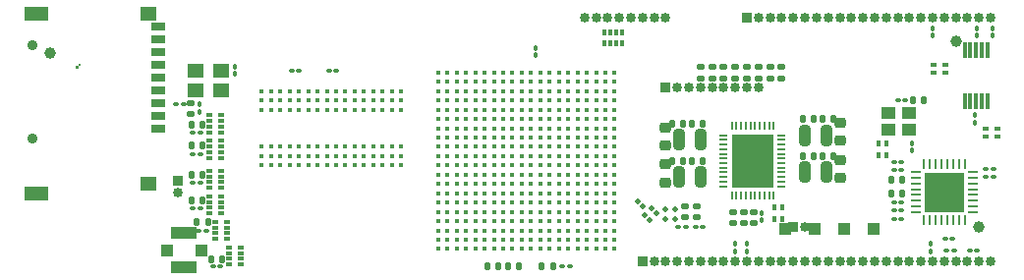
<source format=gbr>
%TF.GenerationSoftware,KiCad,Pcbnew,(6.0.2)*%
%TF.CreationDate,2022-03-22T23:14:37+08:00*%
%TF.ProjectId,som,736f6d2e-6b69-4636-9164-5f7063625858,V0R1*%
%TF.SameCoordinates,Original*%
%TF.FileFunction,Soldermask,Top*%
%TF.FilePolarity,Negative*%
%FSLAX46Y46*%
G04 Gerber Fmt 4.6, Leading zero omitted, Abs format (unit mm)*
G04 Created by KiCad (PCBNEW (6.0.2)) date 2022-03-22 23:14:37*
%MOMM*%
%LPD*%
G01*
G04 APERTURE LIST*
G04 Aperture macros list*
%AMRoundRect*
0 Rectangle with rounded corners*
0 $1 Rounding radius*
0 $2 $3 $4 $5 $6 $7 $8 $9 X,Y pos of 4 corners*
0 Add a 4 corners polygon primitive as box body*
4,1,4,$2,$3,$4,$5,$6,$7,$8,$9,$2,$3,0*
0 Add four circle primitives for the rounded corners*
1,1,$1+$1,$2,$3*
1,1,$1+$1,$4,$5*
1,1,$1+$1,$6,$7*
1,1,$1+$1,$8,$9*
0 Add four rect primitives between the rounded corners*
20,1,$1+$1,$2,$3,$4,$5,0*
20,1,$1+$1,$4,$5,$6,$7,0*
20,1,$1+$1,$6,$7,$8,$9,0*
20,1,$1+$1,$8,$9,$2,$3,0*%
G04 Aperture macros list end*
%ADD10C,0.000000*%
%ADD11RoundRect,0.147500X-0.147500X-0.172500X0.147500X-0.172500X0.147500X0.172500X-0.147500X0.172500X0*%
%ADD12R,1.400000X1.200000*%
%ADD13RoundRect,0.140000X0.170000X-0.140000X0.170000X0.140000X-0.170000X0.140000X-0.170000X-0.140000X0*%
%ADD14RoundRect,0.225000X-0.250000X0.225000X-0.250000X-0.225000X0.250000X-0.225000X0.250000X0.225000X0*%
%ADD15RoundRect,0.100000X-0.100000X0.130000X-0.100000X-0.130000X0.100000X-0.130000X0.100000X0.130000X0*%
%ADD16RoundRect,0.243750X-0.243750X-0.656250X0.243750X-0.656250X0.243750X0.656250X-0.243750X0.656250X0*%
%ADD17RoundRect,0.140000X0.140000X0.170000X-0.140000X0.170000X-0.140000X-0.170000X0.140000X-0.170000X0*%
%ADD18RoundRect,0.140000X-0.140000X-0.170000X0.140000X-0.170000X0.140000X0.170000X-0.140000X0.170000X0*%
%ADD19RoundRect,0.243750X0.243750X0.656250X-0.243750X0.656250X-0.243750X-0.656250X0.243750X-0.656250X0*%
%ADD20RoundRect,0.140000X-0.170000X0.140000X-0.170000X-0.140000X0.170000X-0.140000X0.170000X0.140000X0*%
%ADD21RoundRect,0.100000X0.130000X0.100000X-0.130000X0.100000X-0.130000X-0.100000X0.130000X-0.100000X0*%
%ADD22C,0.400000*%
%ADD23RoundRect,0.100000X-0.130000X-0.100000X0.130000X-0.100000X0.130000X0.100000X-0.130000X0.100000X0*%
%ADD24R,0.800000X0.220000*%
%ADD25R,0.220000X0.800000*%
%ADD26C,0.500000*%
%ADD27R,3.600000X4.600000*%
%ADD28RoundRect,0.147500X0.147500X0.172500X-0.147500X0.172500X-0.147500X-0.172500X0.147500X-0.172500X0*%
%ADD29RoundRect,0.100000X0.100000X-0.130000X0.100000X0.130000X-0.100000X0.130000X-0.100000X-0.130000X0*%
%ADD30RoundRect,0.062500X0.062500X-0.375000X0.062500X0.375000X-0.062500X0.375000X-0.062500X-0.375000X0*%
%ADD31RoundRect,0.062500X0.375000X-0.062500X0.375000X0.062500X-0.375000X0.062500X-0.375000X-0.062500X0*%
%ADD32R,3.450000X3.450000*%
%ADD33R,0.400000X0.500000*%
%ADD34RoundRect,0.100000X-0.162635X0.021213X0.021213X-0.162635X0.162635X-0.021213X-0.021213X0.162635X0*%
%ADD35R,0.500000X0.400000*%
%ADD36R,0.500000X0.300000*%
%ADD37RoundRect,0.147500X0.172500X-0.147500X0.172500X0.147500X-0.172500X0.147500X-0.172500X-0.147500X0*%
%ADD38RoundRect,0.112500X-0.112500X-0.112500X0.112500X-0.112500X0.112500X0.112500X-0.112500X0.112500X0*%
%ADD39R,1.000000X1.000000*%
%ADD40R,2.200000X1.050000*%
%ADD41R,0.300000X1.400000*%
%ADD42R,1.150000X1.000000*%
%ADD43C,0.900000*%
%ADD44R,1.300000X0.700000*%
%ADD45R,2.000000X1.200000*%
%ADD46R,0.300000X0.500000*%
%ADD47C,1.000000*%
%ADD48R,0.850000X0.850000*%
%ADD49O,0.850000X0.850000*%
%ADD50C,0.850000*%
G04 APERTURE END LIST*
D10*
G36*
X8400000Y-5350000D02*
G01*
X8200000Y-5350000D01*
X8200000Y-5150000D01*
X8400000Y-5150000D01*
X8400000Y-5350000D01*
G37*
G36*
X8600000Y-5150000D02*
G01*
X8400000Y-5150000D01*
X8400000Y-4950000D01*
X8600000Y-4950000D01*
X8600000Y-5150000D01*
G37*
D11*
%TO.C,D2*%
X45415000Y-22350000D03*
X46385000Y-22350000D03*
%TD*%
D12*
%TO.C,X4*%
X18500000Y-7250000D03*
X20700000Y-7250000D03*
X20700000Y-5550000D03*
X18500000Y-5550000D03*
%TD*%
D13*
%TO.C,C115*%
X69000000Y-6180000D03*
X69000000Y-5220000D03*
%TD*%
D14*
%TO.C,C100*%
X74000000Y-10025000D03*
X74000000Y-11575000D03*
%TD*%
D15*
%TO.C,C118*%
X67300000Y-17805000D03*
X67300000Y-18445000D03*
%TD*%
D16*
%TO.C,L3*%
X70962500Y-11100000D03*
X72837500Y-11100000D03*
%TD*%
D17*
%TO.C,C101*%
X73480000Y-9700000D03*
X72520000Y-9700000D03*
%TD*%
D18*
%TO.C,C106*%
X59520000Y-13300000D03*
X60480000Y-13300000D03*
%TD*%
D19*
%TO.C,L5*%
X62037500Y-11500000D03*
X60162500Y-11500000D03*
%TD*%
D16*
%TO.C,L2*%
X70962500Y-14300000D03*
X72837500Y-14300000D03*
%TD*%
D20*
%TO.C,C119*%
X64800000Y-17720000D03*
X64800000Y-18680000D03*
%TD*%
D13*
%TO.C,C109*%
X63000000Y-6180000D03*
X63000000Y-5220000D03*
%TD*%
D20*
%TO.C,C116*%
X65700000Y-17720000D03*
X65700000Y-18680000D03*
%TD*%
D14*
%TO.C,C105*%
X59000000Y-13625000D03*
X59000000Y-15175000D03*
%TD*%
%TO.C,C107*%
X59000000Y-10425000D03*
X59000000Y-11975000D03*
%TD*%
D20*
%TO.C,C117*%
X66600000Y-17720000D03*
X66600000Y-18680000D03*
%TD*%
D17*
%TO.C,C98*%
X73480000Y-12900000D03*
X72520000Y-12900000D03*
%TD*%
D13*
%TO.C,C103*%
X68000000Y-6180000D03*
X68000000Y-5220000D03*
%TD*%
D14*
%TO.C,C97*%
X74000000Y-13225000D03*
X74000000Y-14775000D03*
%TD*%
D19*
%TO.C,L4*%
X62037500Y-14700000D03*
X60162500Y-14700000D03*
%TD*%
D18*
%TO.C,C108*%
X59520000Y-10100000D03*
X60480000Y-10100000D03*
%TD*%
D13*
%TO.C,C110*%
X62000000Y-6180000D03*
X62000000Y-5220000D03*
%TD*%
D21*
%TO.C,C36*%
X18920000Y-17400000D03*
X18280000Y-17400000D03*
%TD*%
D13*
%TO.C,C113*%
X67000000Y-6180000D03*
X67000000Y-5220000D03*
%TD*%
D17*
%TO.C,C102*%
X62180000Y-10100000D03*
X61220000Y-10100000D03*
%TD*%
D13*
%TO.C,C114*%
X65000000Y-6180000D03*
X65000000Y-5220000D03*
%TD*%
D21*
%TO.C,C34*%
X18920000Y-15200000D03*
X18280000Y-15200000D03*
%TD*%
D13*
%TO.C,C111*%
X64000000Y-6180000D03*
X64000000Y-5220000D03*
%TD*%
D21*
%TO.C,C30*%
X18920000Y-10900000D03*
X18280000Y-10900000D03*
%TD*%
D18*
%TO.C,C99*%
X70820000Y-12900000D03*
X71780000Y-12900000D03*
%TD*%
%TO.C,C96*%
X70820000Y-9700000D03*
X71780000Y-9700000D03*
%TD*%
D21*
%TO.C,C32*%
X18920000Y-12700000D03*
X18280000Y-12700000D03*
%TD*%
D17*
%TO.C,C104*%
X62180000Y-13300000D03*
X61220000Y-13300000D03*
%TD*%
D13*
%TO.C,C112*%
X66000000Y-6180000D03*
X66000000Y-5220000D03*
%TD*%
D21*
%TO.C,C17*%
X30620000Y-5500000D03*
X29980000Y-5500000D03*
%TD*%
D22*
%TO.C,U6*%
X36200000Y-7300000D03*
X36200000Y-8100000D03*
X36200000Y-8900000D03*
X36200000Y-12100000D03*
X36200000Y-12900000D03*
X36200000Y-13700000D03*
X35400000Y-7300000D03*
X35400000Y-8100000D03*
X35400000Y-8900000D03*
X35400000Y-12100000D03*
X35400000Y-12900000D03*
X35400000Y-13700000D03*
X34600000Y-7300000D03*
X34600000Y-8100000D03*
X34600000Y-8900000D03*
X34600000Y-12100000D03*
X34600000Y-12900000D03*
X34600000Y-13700000D03*
X33800000Y-7300000D03*
X33800000Y-8100000D03*
X33800000Y-8900000D03*
X33800000Y-12100000D03*
X33800000Y-12900000D03*
X33800000Y-13700000D03*
X33000000Y-7300000D03*
X33000000Y-8100000D03*
X33000000Y-8900000D03*
X33000000Y-12100000D03*
X33000000Y-12900000D03*
X33000000Y-13700000D03*
X32200000Y-7300000D03*
X32200000Y-8100000D03*
X32200000Y-8900000D03*
X32200000Y-12100000D03*
X32200000Y-12900000D03*
X32200000Y-13700000D03*
X31400000Y-7300000D03*
X31400000Y-8100000D03*
X31400000Y-8900000D03*
X31400000Y-12100000D03*
X31400000Y-12900000D03*
X31400000Y-13700000D03*
X30600000Y-7300000D03*
X30600000Y-8100000D03*
X30600000Y-8900000D03*
X30600000Y-12100000D03*
X30600000Y-12900000D03*
X30600000Y-13700000D03*
X29800000Y-7300000D03*
X29800000Y-8100000D03*
X29800000Y-8900000D03*
X29800000Y-12100000D03*
X29800000Y-12900000D03*
X29800000Y-13700000D03*
X29000000Y-7300000D03*
X29000000Y-8100000D03*
X29000000Y-8900000D03*
X29000000Y-12100000D03*
X29000000Y-12900000D03*
X29000000Y-13700000D03*
X28200000Y-7300000D03*
X28200000Y-8100000D03*
X28200000Y-8900000D03*
X28200000Y-12100000D03*
X28200000Y-12900000D03*
X28200000Y-13700000D03*
X27400000Y-7300000D03*
X27400000Y-8100000D03*
X27400000Y-8900000D03*
X27400000Y-12100000D03*
X27400000Y-12900000D03*
X27400000Y-13700000D03*
X26600000Y-7300000D03*
X26600000Y-8100000D03*
X26600000Y-8900000D03*
X26600000Y-12100000D03*
X26600000Y-12900000D03*
X26600000Y-13700000D03*
X25800000Y-7300000D03*
X25800000Y-8100000D03*
X25800000Y-8900000D03*
X25800000Y-12100000D03*
X25800000Y-12900000D03*
X25800000Y-13700000D03*
X25000000Y-7300000D03*
X25000000Y-8100000D03*
X25000000Y-8900000D03*
X25000000Y-12100000D03*
X25000000Y-12900000D03*
X25000000Y-13700000D03*
X24200000Y-7300000D03*
X24200000Y-8100000D03*
X24200000Y-8900000D03*
X24200000Y-12100000D03*
X24200000Y-12900000D03*
X24200000Y-13700000D03*
%TD*%
D23*
%TO.C,R2*%
X26780000Y-5500000D03*
X27420000Y-5500000D03*
%TD*%
D17*
%TO.C,C41*%
X20780000Y-21800000D03*
X19820000Y-21800000D03*
%TD*%
D24*
%TO.C,U7*%
X69000000Y-15500000D03*
X69000000Y-15100000D03*
X69000000Y-14700000D03*
X69000000Y-14300000D03*
X69000000Y-13900000D03*
X69000000Y-13500000D03*
X69000000Y-13100000D03*
X69000000Y-12700000D03*
X69000000Y-12300000D03*
X69000000Y-11900000D03*
X69000000Y-11500000D03*
X69000000Y-11100000D03*
D25*
X68300000Y-10300000D03*
X67900000Y-10300000D03*
X67500000Y-10300000D03*
X67100000Y-10300000D03*
X66700000Y-10300000D03*
X66300000Y-10300000D03*
X65900000Y-10300000D03*
X65500000Y-10300000D03*
X65100000Y-10300000D03*
X64700000Y-10300000D03*
D24*
X64000000Y-11100000D03*
X64000000Y-11500000D03*
X64000000Y-11900000D03*
X64000000Y-12300000D03*
X64000000Y-12700000D03*
X64000000Y-13100000D03*
X64000000Y-13500000D03*
X64000000Y-13900000D03*
X64000000Y-14300000D03*
X64000000Y-14700000D03*
X64000000Y-15100000D03*
X64000000Y-15500000D03*
D25*
X64700000Y-16300000D03*
X65100000Y-16300000D03*
X65500000Y-16300000D03*
X65900000Y-16300000D03*
X66300000Y-16300000D03*
X66700000Y-16300000D03*
X67100000Y-16300000D03*
X67500000Y-16300000D03*
X67900000Y-16300000D03*
X68300000Y-16300000D03*
D26*
X66500000Y-13700000D03*
X67250000Y-14500000D03*
X65000000Y-13700000D03*
X68000000Y-13700000D03*
X68000000Y-11300000D03*
X66500000Y-12900000D03*
X67250000Y-12100000D03*
X68000000Y-14500000D03*
X68000000Y-12100000D03*
X65000000Y-12100000D03*
X65000000Y-14500000D03*
X65750000Y-13700000D03*
X65750000Y-12100000D03*
X65000000Y-15300000D03*
X65750000Y-15300000D03*
X67250000Y-15300000D03*
X66500000Y-12100000D03*
X65750000Y-11300000D03*
D27*
X66500000Y-13300000D03*
D26*
X65750000Y-12900000D03*
X66500000Y-11300000D03*
X68000000Y-15300000D03*
X67250000Y-12900000D03*
X67250000Y-11300000D03*
X67250000Y-13700000D03*
X66500000Y-15300000D03*
X68000000Y-12900000D03*
X65750000Y-14500000D03*
X65000000Y-12900000D03*
X65000000Y-11300000D03*
X66500000Y-14500000D03*
%TD*%
D17*
%TO.C,C37*%
X19080000Y-16700000D03*
X18120000Y-16700000D03*
%TD*%
%TO.C,C35*%
X19080000Y-14500000D03*
X18120000Y-14500000D03*
%TD*%
%TO.C,C33*%
X19080000Y-12000000D03*
X18120000Y-12000000D03*
%TD*%
%TO.C,C39*%
X19580000Y-18600000D03*
X18620000Y-18600000D03*
%TD*%
%TO.C,C31*%
X19080000Y-10200000D03*
X18120000Y-10200000D03*
%TD*%
D28*
%TO.C,D3*%
X44585000Y-22350000D03*
X43615000Y-22350000D03*
%TD*%
D22*
%TO.C,U1*%
X39400000Y-5700000D03*
X40200000Y-5700000D03*
X41000000Y-5700000D03*
X41800000Y-5700000D03*
X42600000Y-5700000D03*
X43400000Y-5700000D03*
X44200000Y-5700000D03*
X45000000Y-5700000D03*
X45800000Y-5700000D03*
X46600000Y-5700000D03*
X47400000Y-5700000D03*
X48200000Y-5700000D03*
X49000000Y-5700000D03*
X49800000Y-5700000D03*
X50600000Y-5700000D03*
X51400000Y-5700000D03*
X52200000Y-5700000D03*
X53000000Y-5700000D03*
X53800000Y-5700000D03*
X54600000Y-5700000D03*
X39400000Y-6500000D03*
X40200000Y-6500000D03*
X41000000Y-6500000D03*
X41800000Y-6500000D03*
X42600000Y-6500000D03*
X43400000Y-6500000D03*
X44200000Y-6500000D03*
X45000000Y-6500000D03*
X45800000Y-6500000D03*
X46600000Y-6500000D03*
X47400000Y-6500000D03*
X48200000Y-6500000D03*
X49000000Y-6500000D03*
X49800000Y-6500000D03*
X50600000Y-6500000D03*
X51400000Y-6500000D03*
X52200000Y-6500000D03*
X53000000Y-6500000D03*
X53800000Y-6500000D03*
X54600000Y-6500000D03*
X39400000Y-7300000D03*
X40200000Y-7300000D03*
X41000000Y-7300000D03*
X41800000Y-7300000D03*
X42600000Y-7300000D03*
X43400000Y-7300000D03*
X44200000Y-7300000D03*
X45000000Y-7300000D03*
X45800000Y-7300000D03*
X46600000Y-7300000D03*
X47400000Y-7300000D03*
X48200000Y-7300000D03*
X49000000Y-7300000D03*
X49800000Y-7300000D03*
X50600000Y-7300000D03*
X51400000Y-7300000D03*
X52200000Y-7300000D03*
X53000000Y-7300000D03*
X53800000Y-7300000D03*
X54600000Y-7300000D03*
X39400000Y-8100000D03*
X40200000Y-8100000D03*
X41000000Y-8100000D03*
X41800000Y-8100000D03*
X42600000Y-8100000D03*
X43400000Y-8100000D03*
X44200000Y-8100000D03*
X45000000Y-8100000D03*
X45800000Y-8100000D03*
X46600000Y-8100000D03*
X47400000Y-8100000D03*
X48200000Y-8100000D03*
X49000000Y-8100000D03*
X49800000Y-8100000D03*
X50600000Y-8100000D03*
X51400000Y-8100000D03*
X52200000Y-8100000D03*
X53000000Y-8100000D03*
X53800000Y-8100000D03*
X54600000Y-8100000D03*
X39400000Y-8900000D03*
X40200000Y-8900000D03*
X41000000Y-8900000D03*
X41800000Y-8900000D03*
X42600000Y-8900000D03*
X43400000Y-8900000D03*
X44200000Y-8900000D03*
X45000000Y-8900000D03*
X45800000Y-8900000D03*
X46600000Y-8900000D03*
X47400000Y-8900000D03*
X48200000Y-8900000D03*
X49000000Y-8900000D03*
X49800000Y-8900000D03*
X50600000Y-8900000D03*
X51400000Y-8900000D03*
X52200000Y-8900000D03*
X53000000Y-8900000D03*
X53800000Y-8900000D03*
X54600000Y-8900000D03*
X39400000Y-9700000D03*
X40200000Y-9700000D03*
X41000000Y-9700000D03*
X41800000Y-9700000D03*
X42600000Y-9700000D03*
X43400000Y-9700000D03*
X44200000Y-9700000D03*
X45000000Y-9700000D03*
X45800000Y-9700000D03*
X46600000Y-9700000D03*
X47400000Y-9700000D03*
X48200000Y-9700000D03*
X49000000Y-9700000D03*
X49800000Y-9700000D03*
X50600000Y-9700000D03*
X51400000Y-9700000D03*
X52200000Y-9700000D03*
X53000000Y-9700000D03*
X53800000Y-9700000D03*
X54600000Y-9700000D03*
X39400000Y-10500000D03*
X40200000Y-10500000D03*
X41000000Y-10500000D03*
X41800000Y-10500000D03*
X42600000Y-10500000D03*
X43400000Y-10500000D03*
X44200000Y-10500000D03*
X45000000Y-10500000D03*
X45800000Y-10500000D03*
X46600000Y-10500000D03*
X47400000Y-10500000D03*
X48200000Y-10500000D03*
X49000000Y-10500000D03*
X49800000Y-10500000D03*
X50600000Y-10500000D03*
X51400000Y-10500000D03*
X52200000Y-10500000D03*
X53000000Y-10500000D03*
X53800000Y-10500000D03*
X54600000Y-10500000D03*
X39400000Y-11300000D03*
X40200000Y-11300000D03*
X41000000Y-11300000D03*
X41800000Y-11300000D03*
X42600000Y-11300000D03*
X43400000Y-11300000D03*
X44200000Y-11300000D03*
X45000000Y-11300000D03*
X45800000Y-11300000D03*
X46600000Y-11300000D03*
X47400000Y-11300000D03*
X48200000Y-11300000D03*
X49000000Y-11300000D03*
X49800000Y-11300000D03*
X50600000Y-11300000D03*
X51400000Y-11300000D03*
X52200000Y-11300000D03*
X53000000Y-11300000D03*
X53800000Y-11300000D03*
X54600000Y-11300000D03*
X39400000Y-12100000D03*
X40200000Y-12100000D03*
X41000000Y-12100000D03*
X41800000Y-12100000D03*
X42600000Y-12100000D03*
X43400000Y-12100000D03*
X44200000Y-12100000D03*
X45000000Y-12100000D03*
X45800000Y-12100000D03*
X46600000Y-12100000D03*
X47400000Y-12100000D03*
X48200000Y-12100000D03*
X49000000Y-12100000D03*
X49800000Y-12100000D03*
X50600000Y-12100000D03*
X51400000Y-12100000D03*
X52200000Y-12100000D03*
X53000000Y-12100000D03*
X53800000Y-12100000D03*
X54600000Y-12100000D03*
X39400000Y-12900000D03*
X40200000Y-12900000D03*
X41000000Y-12900000D03*
X41800000Y-12900000D03*
X42600000Y-12900000D03*
X43400000Y-12900000D03*
X44200000Y-12900000D03*
X45000000Y-12900000D03*
X45800000Y-12900000D03*
X46600000Y-12900000D03*
X47400000Y-12900000D03*
X48200000Y-12900000D03*
X49000000Y-12900000D03*
X49800000Y-12900000D03*
X50600000Y-12900000D03*
X51400000Y-12900000D03*
X52200000Y-12900000D03*
X53000000Y-12900000D03*
X53800000Y-12900000D03*
X54600000Y-12900000D03*
X39400000Y-13700000D03*
X40200000Y-13700000D03*
X41000000Y-13700000D03*
X41800000Y-13700000D03*
X42600000Y-13700000D03*
X43400000Y-13700000D03*
X44200000Y-13700000D03*
X45000000Y-13700000D03*
X45800000Y-13700000D03*
X46600000Y-13700000D03*
X47400000Y-13700000D03*
X48200000Y-13700000D03*
X49000000Y-13700000D03*
X49800000Y-13700000D03*
X50600000Y-13700000D03*
X51400000Y-13700000D03*
X52200000Y-13700000D03*
X53000000Y-13700000D03*
X53800000Y-13700000D03*
X54600000Y-13700000D03*
X39400000Y-14500000D03*
X40200000Y-14500000D03*
X41000000Y-14500000D03*
X41800000Y-14500000D03*
X42600000Y-14500000D03*
X43400000Y-14500000D03*
X44200000Y-14500000D03*
X45000000Y-14500000D03*
X45800000Y-14500000D03*
X46600000Y-14500000D03*
X47400000Y-14500000D03*
X48200000Y-14500000D03*
X49000000Y-14500000D03*
X49800000Y-14500000D03*
X50600000Y-14500000D03*
X51400000Y-14500000D03*
X52200000Y-14500000D03*
X53000000Y-14500000D03*
X53800000Y-14500000D03*
X54600000Y-14500000D03*
X39400000Y-15300000D03*
X40200000Y-15300000D03*
X41000000Y-15300000D03*
X41800000Y-15300000D03*
X42600000Y-15300000D03*
X43400000Y-15300000D03*
X44200000Y-15300000D03*
X45000000Y-15300000D03*
X45800000Y-15300000D03*
X46600000Y-15300000D03*
X47400000Y-15300000D03*
X48200000Y-15300000D03*
X49000000Y-15300000D03*
X49800000Y-15300000D03*
X50600000Y-15300000D03*
X51400000Y-15300000D03*
X52200000Y-15300000D03*
X53000000Y-15300000D03*
X53800000Y-15300000D03*
X54600000Y-15300000D03*
X39400000Y-16100000D03*
X40200000Y-16100000D03*
X41000000Y-16100000D03*
X41800000Y-16100000D03*
X42600000Y-16100000D03*
X43400000Y-16100000D03*
X44200000Y-16100000D03*
X45000000Y-16100000D03*
X45800000Y-16100000D03*
X46600000Y-16100000D03*
X47400000Y-16100000D03*
X48200000Y-16100000D03*
X49000000Y-16100000D03*
X49800000Y-16100000D03*
X50600000Y-16100000D03*
X51400000Y-16100000D03*
X52200000Y-16100000D03*
X53000000Y-16100000D03*
X53800000Y-16100000D03*
X54600000Y-16100000D03*
X39400000Y-16900000D03*
X40200000Y-16900000D03*
X41000000Y-16900000D03*
X41800000Y-16900000D03*
X42600000Y-16900000D03*
X43400000Y-16900000D03*
X44200000Y-16900000D03*
X45000000Y-16900000D03*
X45800000Y-16900000D03*
X46600000Y-16900000D03*
X47400000Y-16900000D03*
X48200000Y-16900000D03*
X49000000Y-16900000D03*
X49800000Y-16900000D03*
X50600000Y-16900000D03*
X51400000Y-16900000D03*
X52200000Y-16900000D03*
X53000000Y-16900000D03*
X53800000Y-16900000D03*
X54600000Y-16900000D03*
X39400000Y-17700000D03*
X40200000Y-17700000D03*
X41000000Y-17700000D03*
X41800000Y-17700000D03*
X42600000Y-17700000D03*
X43400000Y-17700000D03*
X44200000Y-17700000D03*
X45000000Y-17700000D03*
X45800000Y-17700000D03*
X46600000Y-17700000D03*
X47400000Y-17700000D03*
X48200000Y-17700000D03*
X49000000Y-17700000D03*
X49800000Y-17700000D03*
X50600000Y-17700000D03*
X51400000Y-17700000D03*
X52200000Y-17700000D03*
X53000000Y-17700000D03*
X53800000Y-17700000D03*
X54600000Y-17700000D03*
X39400000Y-18500000D03*
X40200000Y-18500000D03*
X41000000Y-18500000D03*
X41800000Y-18500000D03*
X42600000Y-18500000D03*
X43400000Y-18500000D03*
X44200000Y-18500000D03*
X45000000Y-18500000D03*
X45800000Y-18500000D03*
X46600000Y-18500000D03*
X47400000Y-18500000D03*
X48200000Y-18500000D03*
X49000000Y-18500000D03*
X49800000Y-18500000D03*
X50600000Y-18500000D03*
X51400000Y-18500000D03*
X52200000Y-18500000D03*
X53000000Y-18500000D03*
X53800000Y-18500000D03*
X54600000Y-18500000D03*
X39400000Y-19300000D03*
X40200000Y-19300000D03*
X41000000Y-19300000D03*
X41800000Y-19300000D03*
X42600000Y-19300000D03*
X43400000Y-19300000D03*
X44200000Y-19300000D03*
X45000000Y-19300000D03*
X45800000Y-19300000D03*
X46600000Y-19300000D03*
X47400000Y-19300000D03*
X48200000Y-19300000D03*
X49000000Y-19300000D03*
X49800000Y-19300000D03*
X50600000Y-19300000D03*
X51400000Y-19300000D03*
X52200000Y-19300000D03*
X53000000Y-19300000D03*
X53800000Y-19300000D03*
X54600000Y-19300000D03*
X39400000Y-20100000D03*
X40200000Y-20100000D03*
X41000000Y-20100000D03*
X41800000Y-20100000D03*
X42600000Y-20100000D03*
X43400000Y-20100000D03*
X44200000Y-20100000D03*
X45000000Y-20100000D03*
X45800000Y-20100000D03*
X46600000Y-20100000D03*
X47400000Y-20100000D03*
X48200000Y-20100000D03*
X49000000Y-20100000D03*
X49800000Y-20100000D03*
X50600000Y-20100000D03*
X51400000Y-20100000D03*
X52200000Y-20100000D03*
X53000000Y-20100000D03*
X53800000Y-20100000D03*
X54600000Y-20100000D03*
X39400000Y-20900000D03*
X40200000Y-20900000D03*
X41000000Y-20900000D03*
X41800000Y-20900000D03*
X42600000Y-20900000D03*
X43400000Y-20900000D03*
X44200000Y-20900000D03*
X45000000Y-20900000D03*
X45800000Y-20900000D03*
X46600000Y-20900000D03*
X47400000Y-20900000D03*
X48200000Y-20900000D03*
X49000000Y-20900000D03*
X49800000Y-20900000D03*
X50600000Y-20900000D03*
X51400000Y-20900000D03*
X52200000Y-20900000D03*
X53000000Y-20900000D03*
X53800000Y-20900000D03*
X54600000Y-20900000D03*
%TD*%
D29*
%TO.C,R14*%
X47800000Y-4220000D03*
X47800000Y-3580000D03*
%TD*%
D15*
%TO.C,D15*%
X87200000Y-1880000D03*
X87200000Y-2520000D03*
%TD*%
D23*
%TO.C,D11*%
X85180000Y-21000000D03*
X85820000Y-21000000D03*
%TD*%
D15*
%TO.C,D8*%
X82000000Y-1880000D03*
X82000000Y-2520000D03*
%TD*%
D21*
%TO.C,C9*%
X87245000Y-14700000D03*
X86605000Y-14700000D03*
%TD*%
D23*
%TO.C,C6*%
X86605000Y-14000000D03*
X87245000Y-14000000D03*
%TD*%
D21*
%TO.C,R5*%
X79295000Y-18300000D03*
X78655000Y-18300000D03*
%TD*%
%TO.C,C7*%
X79295000Y-17600000D03*
X78655000Y-17600000D03*
%TD*%
%TO.C,C5*%
X79295000Y-13400000D03*
X78655000Y-13400000D03*
%TD*%
D23*
%TO.C,C8*%
X78655000Y-14100000D03*
X79295000Y-14100000D03*
%TD*%
%TO.C,C13*%
X78655000Y-16900000D03*
X79295000Y-16900000D03*
%TD*%
D21*
%TO.C,C4*%
X83720000Y-20000000D03*
X83080000Y-20000000D03*
%TD*%
D30*
%TO.C,U3*%
X81250000Y-18437500D03*
X81750000Y-18437500D03*
X82250000Y-18437500D03*
X82750000Y-18437500D03*
X83250000Y-18437500D03*
X83750000Y-18437500D03*
X84250000Y-18437500D03*
X84750000Y-18437500D03*
D31*
X85437500Y-17750000D03*
X85437500Y-17250000D03*
X85437500Y-16750000D03*
X85437500Y-16250000D03*
X85437500Y-15750000D03*
X85437500Y-15250000D03*
X85437500Y-14750000D03*
X85437500Y-14250000D03*
D30*
X84750000Y-13562500D03*
X84250000Y-13562500D03*
X83750000Y-13562500D03*
X83250000Y-13562500D03*
X82750000Y-13562500D03*
X82250000Y-13562500D03*
X81750000Y-13562500D03*
X81250000Y-13562500D03*
D31*
X80562500Y-14250000D03*
X80562500Y-14750000D03*
X80562500Y-15250000D03*
X80562500Y-15750000D03*
X80562500Y-16250000D03*
X80562500Y-16750000D03*
X80562500Y-17250000D03*
X80562500Y-17750000D03*
D32*
X83000000Y-16000000D03*
%TD*%
D18*
%TO.C,C11*%
X78420000Y-14900000D03*
X79380000Y-14900000D03*
%TD*%
%TO.C,C14*%
X78420000Y-16100000D03*
X79380000Y-16100000D03*
%TD*%
D33*
%TO.C,RN7*%
X77350000Y-12800000D03*
X78050000Y-12800000D03*
X78050000Y-11800000D03*
X77350000Y-11800000D03*
%TD*%
D15*
%TO.C,C3*%
X85600000Y-9380000D03*
X85600000Y-10020000D03*
%TD*%
D34*
%TO.C,R15*%
X57773726Y-17373726D03*
X58226274Y-17826274D03*
%TD*%
%TO.C,R17*%
X56573726Y-16773726D03*
X57026274Y-17226274D03*
%TD*%
D23*
%TO.C,R18*%
X60080000Y-19000000D03*
X60720000Y-19000000D03*
%TD*%
D35*
%TO.C,RN1*%
X19700000Y-9350000D03*
D36*
X19700000Y-9850000D03*
X19700000Y-10350000D03*
D35*
X19700000Y-10850000D03*
X20700000Y-10850000D03*
D36*
X20700000Y-10350000D03*
X20700000Y-9850000D03*
D35*
X20700000Y-9350000D03*
%TD*%
%TO.C,RN2*%
X19700000Y-11550000D03*
D36*
X19700000Y-12050000D03*
X19700000Y-12550000D03*
D35*
X19700000Y-13050000D03*
X20700000Y-13050000D03*
D36*
X20700000Y-12550000D03*
X20700000Y-12050000D03*
D35*
X20700000Y-11550000D03*
%TD*%
%TO.C,RN4*%
X19700000Y-14150000D03*
D36*
X19700000Y-14650000D03*
X19700000Y-15150000D03*
D35*
X19700000Y-15650000D03*
X20700000Y-15650000D03*
D36*
X20700000Y-15150000D03*
X20700000Y-14650000D03*
D35*
X20700000Y-14150000D03*
%TD*%
%TO.C,RN5*%
X19700000Y-16350000D03*
D36*
X19700000Y-16850000D03*
X19700000Y-17350000D03*
D35*
X19700000Y-17850000D03*
X20700000Y-17850000D03*
D36*
X20700000Y-17350000D03*
X20700000Y-16850000D03*
D35*
X20700000Y-16350000D03*
%TD*%
%TO.C,RN6*%
X20200000Y-18550000D03*
D36*
X20200000Y-19050000D03*
X20200000Y-19550000D03*
D35*
X20200000Y-20050000D03*
X21200000Y-20050000D03*
D36*
X21200000Y-19550000D03*
X21200000Y-19050000D03*
D35*
X21200000Y-18550000D03*
%TD*%
D37*
%TO.C,D5*%
X60700000Y-18185000D03*
X60700000Y-17215000D03*
%TD*%
%TO.C,D6*%
X61700000Y-18185000D03*
X61700000Y-17215000D03*
%TD*%
D34*
%TO.C,R16*%
X57173726Y-17973726D03*
X57626274Y-18426274D03*
%TD*%
D38*
%TO.C,D4*%
X58975000Y-17475000D03*
X59825000Y-17475000D03*
X59825000Y-18325000D03*
X58975000Y-18325000D03*
%TD*%
D21*
%TO.C,R19*%
X62220000Y-19000000D03*
X61580000Y-19000000D03*
%TD*%
D33*
%TO.C,RN12*%
X69050000Y-17300000D03*
X68350000Y-17300000D03*
X68350000Y-18300000D03*
X69050000Y-18300000D03*
%TD*%
D39*
%TO.C,TP1*%
X69290000Y-19200000D03*
D26*
X69290000Y-19000000D03*
D39*
X71830000Y-19200000D03*
D26*
X71830000Y-19000000D03*
X74370000Y-19000000D03*
D39*
X74370000Y-19200000D03*
X76910000Y-19200000D03*
D26*
X76910000Y-19000000D03*
%TD*%
D21*
%TO.C,C38*%
X19420000Y-19300000D03*
X18780000Y-19300000D03*
%TD*%
D39*
%TO.C,AE1*%
X16000000Y-21000000D03*
D40*
X17500000Y-22475000D03*
X17500000Y-19525000D03*
D39*
X19000000Y-21000000D03*
%TD*%
D21*
%TO.C,C40*%
X20620000Y-22400000D03*
X19980000Y-22400000D03*
%TD*%
D35*
%TO.C,RN8*%
X21400000Y-20750000D03*
D36*
X21400000Y-21250000D03*
X21400000Y-21750000D03*
D35*
X21400000Y-22250000D03*
X22400000Y-22250000D03*
D36*
X22400000Y-21750000D03*
X22400000Y-21250000D03*
D35*
X22400000Y-20750000D03*
%TD*%
D41*
%TO.C,U2*%
X86750000Y-3800000D03*
X86250000Y-3800000D03*
X85750000Y-3800000D03*
X85250000Y-3800000D03*
X84750000Y-3800000D03*
X84750000Y-8200000D03*
X85250000Y-8200000D03*
X85750000Y-8200000D03*
X86250000Y-8200000D03*
X86750000Y-8200000D03*
%TD*%
D29*
%TO.C,D12*%
X65000000Y-21120000D03*
X65000000Y-20480000D03*
%TD*%
%TO.C,D14*%
X66000000Y-21120000D03*
X66000000Y-20480000D03*
%TD*%
%TO.C,D9*%
X81800000Y-21120000D03*
X81800000Y-20480000D03*
%TD*%
D21*
%TO.C,C23*%
X79645000Y-8100000D03*
X79005000Y-8100000D03*
%TD*%
D42*
%TO.C,X3*%
X79975000Y-9200000D03*
X78225000Y-9200000D03*
X78225000Y-10600000D03*
X79975000Y-10600000D03*
%TD*%
D20*
%TO.C,C85*%
X18100000Y-8320000D03*
X18100000Y-9280000D03*
%TD*%
D15*
%TO.C,C86*%
X18800000Y-8430000D03*
X18800000Y-9070000D03*
%TD*%
D21*
%TO.C,FB4*%
X17445000Y-8400000D03*
X16805000Y-8400000D03*
%TD*%
D15*
%TO.C,D13*%
X85800000Y-1880000D03*
X85800000Y-2520000D03*
%TD*%
D21*
%TO.C,D10*%
X83820000Y-21000000D03*
X83180000Y-21000000D03*
%TD*%
D11*
%TO.C,D7*%
X48315000Y-22350000D03*
X49285000Y-22350000D03*
%TD*%
D21*
%TO.C,R20*%
X50720000Y-22400000D03*
X50080000Y-22400000D03*
%TD*%
D43*
%TO.C,J1*%
X4460000Y-11360000D03*
X4460000Y-3360000D03*
D44*
X15300000Y-10500000D03*
X15300000Y-9400000D03*
X15300000Y-8300000D03*
X15300000Y-7200000D03*
X15300000Y-6100000D03*
X15300000Y-5000000D03*
X15300000Y-3900000D03*
X15300000Y-2800000D03*
X15300000Y-1700000D03*
D12*
X14450000Y-600000D03*
D45*
X4750000Y-600000D03*
D12*
X14450000Y-15280000D03*
D45*
X4750000Y-16120000D03*
%TD*%
D35*
%TO.C,RN3*%
X83100000Y-5750000D03*
X83100000Y-5050000D03*
X82100000Y-5050000D03*
X82100000Y-5750000D03*
%TD*%
%TO.C,RN11*%
X86550000Y-10500000D03*
X86550000Y-11200000D03*
X87550000Y-11200000D03*
X87550000Y-10500000D03*
%TD*%
D18*
%TO.C,C24*%
X80270000Y-8100000D03*
X81230000Y-8100000D03*
%TD*%
D15*
%TO.C,FB1*%
X80200000Y-11780000D03*
X80200000Y-12420000D03*
%TD*%
D33*
%TO.C,RN10*%
X55250000Y-2200000D03*
D46*
X54750000Y-2200000D03*
X54250000Y-2200000D03*
D33*
X53750000Y-2200000D03*
X53750000Y-3200000D03*
D46*
X54250000Y-3200000D03*
X54750000Y-3200000D03*
D33*
X55250000Y-3200000D03*
%TD*%
D47*
%TO.C,FID2*%
X84000000Y-3000000D03*
%TD*%
%TO.C,FID1*%
X86000000Y-19000000D03*
%TD*%
%TO.C,FID3*%
X6000000Y-4000000D03*
%TD*%
D29*
%TO.C,R9*%
X21900000Y-5820000D03*
X21900000Y-5180000D03*
%TD*%
D48*
%TO.C,J6*%
X59000000Y-7000000D03*
D49*
X60000000Y-7000000D03*
X61000000Y-7000000D03*
X62000000Y-7000000D03*
X63000000Y-7000000D03*
X64000000Y-7000000D03*
X65000000Y-7000000D03*
X66000000Y-7000000D03*
X67000000Y-7000000D03*
%TD*%
D48*
%TO.C,J3*%
X17000000Y-15000000D03*
D49*
X17000000Y-16000000D03*
%TD*%
D48*
%TO.C,J5*%
X66000000Y-1000000D03*
D49*
X67000000Y-1000000D03*
X68000000Y-1000000D03*
X69000000Y-1000000D03*
X70000000Y-1000000D03*
X71000000Y-1000000D03*
X72000000Y-1000000D03*
X73000000Y-1000000D03*
X74000000Y-1000000D03*
X75000000Y-1000000D03*
X76000000Y-1000000D03*
X77000000Y-1000000D03*
X78000000Y-1000000D03*
X79000000Y-1000000D03*
X80000000Y-1000000D03*
X81000000Y-1000000D03*
X82000000Y-1000000D03*
X83000000Y-1000000D03*
X84000000Y-1000000D03*
X85000000Y-1000000D03*
X86000000Y-1000000D03*
X87000000Y-1000000D03*
%TD*%
D48*
%TO.C,J4*%
X57000000Y-22000000D03*
D49*
X58000000Y-22000000D03*
X59000000Y-22000000D03*
X60000000Y-22000000D03*
X61000000Y-22000000D03*
X62000000Y-22000000D03*
X63000000Y-22000000D03*
X64000000Y-22000000D03*
X65000000Y-22000000D03*
X66000000Y-22000000D03*
X67000000Y-22000000D03*
X68000000Y-22000000D03*
X69000000Y-22000000D03*
X70000000Y-22000000D03*
X71000000Y-22000000D03*
X72000000Y-22000000D03*
X73000000Y-22000000D03*
X74000000Y-22000000D03*
X75000000Y-22000000D03*
X76000000Y-22000000D03*
X77000000Y-22000000D03*
X78000000Y-22000000D03*
X79000000Y-22000000D03*
X80000000Y-22000000D03*
X81000000Y-22000000D03*
X82000000Y-22000000D03*
X83000000Y-22000000D03*
X84000000Y-22000000D03*
X85000000Y-22000000D03*
X86000000Y-22000000D03*
X87000000Y-22000000D03*
%TD*%
D50*
%TO.C,J2*%
X52000000Y-1000000D03*
D49*
X53000000Y-1000000D03*
X54000000Y-1000000D03*
X55000000Y-1000000D03*
X56000000Y-1000000D03*
X57000000Y-1000000D03*
X58000000Y-1000000D03*
X59000000Y-1000000D03*
%TD*%
D48*
%TO.C,J7*%
X70000000Y-19000000D03*
D49*
X71000000Y-19000000D03*
%TD*%
M02*

</source>
